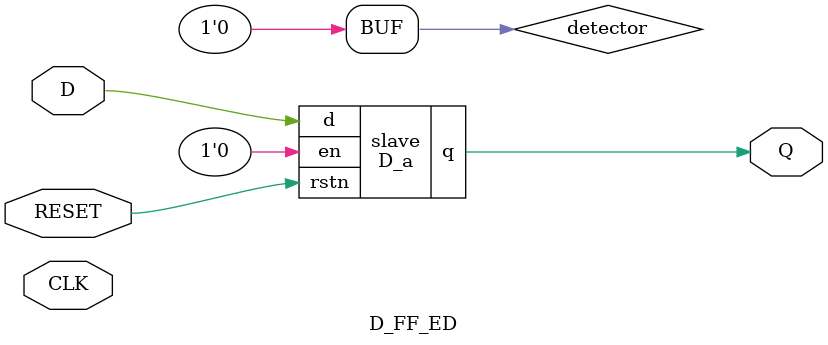
<source format=v>
module D_a(input d, input en, input rstn, output reg q);
    always @(*) begin
        if(rstn == 1'b0) q = 0;
        else if(en) q = d;
    end
endmodule

module D_FF_ED(input D, input CLK, input RESET, output Q);

    wire nclk;
    wire detector;

    not(nclk,CLK);
    and(detector , CLK , nclk);


    D_a slave(.d(D),.en(detector),.rstn(RESET),.q(Q));


endmodule
</source>
